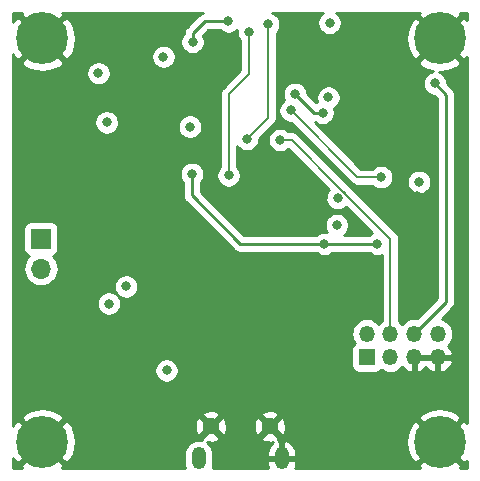
<source format=gbr>
G04 #@! TF.GenerationSoftware,KiCad,Pcbnew,(5.1.0)-1*
G04 #@! TF.CreationDate,2020-09-23T23:54:54-05:00*
G04 #@! TF.ProjectId,low_cost_multispectral_sensor,6c6f775f-636f-4737-945f-6d756c746973,rev?*
G04 #@! TF.SameCoordinates,Original*
G04 #@! TF.FileFunction,Copper,L4,Bot*
G04 #@! TF.FilePolarity,Positive*
%FSLAX46Y46*%
G04 Gerber Fmt 4.6, Leading zero omitted, Abs format (unit mm)*
G04 Created by KiCad (PCBNEW (5.1.0)-1) date 2020-09-23 23:54:54*
%MOMM*%
%LPD*%
G04 APERTURE LIST*
%ADD10R,1.700000X1.700000*%
%ADD11O,1.700000X1.700000*%
%ADD12R,1.350000X1.350000*%
%ADD13O,1.350000X1.350000*%
%ADD14C,1.450000*%
%ADD15O,1.200000X1.900000*%
%ADD16C,4.400000*%
%ADD17C,0.800000*%
%ADD18C,0.250000*%
%ADD19C,0.200000*%
%ADD20C,0.254000*%
G04 APERTURE END LIST*
D10*
X139650000Y-91060000D03*
D11*
X139650000Y-93600000D03*
D12*
X167250000Y-101100000D03*
D13*
X167250000Y-99100000D03*
X169250000Y-101100000D03*
X169250000Y-99100000D03*
X171250000Y-101100000D03*
X171250000Y-99100000D03*
X173250000Y-101100000D03*
X173250000Y-99100000D03*
D14*
X154025000Y-106950000D03*
X159025000Y-106950000D03*
D15*
X153025000Y-109650000D03*
X160025000Y-109650000D03*
D16*
X139775000Y-108250000D03*
X173425000Y-108250000D03*
X173425000Y-74100000D03*
X139775000Y-74100000D03*
D17*
X163500000Y-87650000D03*
X157500000Y-84550000D03*
X150025000Y-79000000D03*
X152750000Y-75750000D03*
X160950000Y-76625000D03*
X171525000Y-87450000D03*
X172350000Y-84225000D03*
X165300000Y-81450000D03*
X160550000Y-96900000D03*
X158525000Y-104025000D03*
X144700000Y-104900000D03*
X143000000Y-104325000D03*
X149075000Y-99700000D03*
X150050000Y-106175000D03*
X147500000Y-104800000D03*
X152325000Y-98175000D03*
X156200000Y-103350000D03*
X170350000Y-91200000D03*
X150300000Y-102200000D03*
X164700000Y-89900000D03*
X146875000Y-95100000D03*
X164000000Y-79100000D03*
X164100000Y-72775000D03*
X144525000Y-77050000D03*
X145225000Y-81200000D03*
X150025000Y-75650000D03*
X152500000Y-74400000D03*
X155525000Y-72650000D03*
X171675000Y-86250000D03*
X152275000Y-81575000D03*
X164775000Y-87625000D03*
X145400000Y-96550000D03*
X160800000Y-80200000D03*
X168450000Y-85850000D03*
X173000000Y-77900000D03*
X159900000Y-82700000D03*
X161150000Y-78800000D03*
X163500000Y-80400000D03*
X152425000Y-85575000D03*
X168150000Y-91500000D03*
X163650000Y-91500000D03*
X158900000Y-72900000D03*
X157100000Y-82600000D03*
X157275000Y-73550000D03*
X155550000Y-85700000D03*
D18*
X152500000Y-74400000D02*
X152500000Y-73675000D01*
X152500000Y-73675000D02*
X153525000Y-72650000D01*
X153525000Y-72650000D02*
X155525000Y-72650000D01*
D19*
X160800000Y-80200000D02*
X166450000Y-85850000D01*
X166450000Y-85850000D02*
X168450000Y-85850000D01*
X173050001Y-77950001D02*
X173000000Y-77900000D01*
D18*
X173950000Y-78850000D02*
X173000000Y-77900000D01*
X171250000Y-99100000D02*
X173950000Y-96400000D01*
X173950000Y-96400000D02*
X173950000Y-78850000D01*
D19*
X165475001Y-87320407D02*
X165475001Y-87288999D01*
X160886002Y-82700000D02*
X159900000Y-82700000D01*
X169250000Y-91063998D02*
X164918001Y-86731999D01*
X169250000Y-99100000D02*
X169250000Y-91063998D01*
X165475001Y-87288999D02*
X164918001Y-86731999D01*
X164918001Y-86731999D02*
X160886002Y-82700000D01*
D18*
X162750000Y-80400000D02*
X163500000Y-80400000D01*
X161150000Y-78800000D02*
X162750000Y-80400000D01*
X152425000Y-85700000D02*
X152425000Y-85575000D01*
X152425000Y-87375000D02*
X152425000Y-85575000D01*
X156550000Y-91500000D02*
X152425000Y-87375000D01*
X168150000Y-91500000D02*
X163650000Y-91500000D01*
X163650000Y-91500000D02*
X156550000Y-91500000D01*
D19*
X158900000Y-80800000D02*
X158900000Y-72900000D01*
X157100000Y-82600000D02*
X158900000Y-80800000D01*
X155550000Y-85700000D02*
X155550000Y-78800000D01*
X157275000Y-77075000D02*
X157275000Y-73550000D01*
X155550000Y-78800000D02*
X157275000Y-77075000D01*
D20*
G36*
X137964830Y-72110225D02*
G01*
X139775000Y-73920395D01*
X141585170Y-72110225D01*
X141461002Y-71910000D01*
X153346335Y-71910000D01*
X153232753Y-71944454D01*
X153100723Y-72015026D01*
X153017083Y-72083668D01*
X152984999Y-72109999D01*
X152961201Y-72138997D01*
X151988998Y-73111201D01*
X151960000Y-73134999D01*
X151936202Y-73163997D01*
X151936201Y-73163998D01*
X151865026Y-73250724D01*
X151794454Y-73382754D01*
X151779317Y-73432656D01*
X151750997Y-73526014D01*
X151740000Y-73637667D01*
X151740000Y-73637678D01*
X151736324Y-73675000D01*
X151738562Y-73697727D01*
X151696063Y-73740226D01*
X151582795Y-73909744D01*
X151504774Y-74098102D01*
X151465000Y-74298061D01*
X151465000Y-74501939D01*
X151504774Y-74701898D01*
X151582795Y-74890256D01*
X151696063Y-75059774D01*
X151840226Y-75203937D01*
X152009744Y-75317205D01*
X152198102Y-75395226D01*
X152398061Y-75435000D01*
X152601939Y-75435000D01*
X152801898Y-75395226D01*
X152990256Y-75317205D01*
X153159774Y-75203937D01*
X153303937Y-75059774D01*
X153417205Y-74890256D01*
X153495226Y-74701898D01*
X153535000Y-74501939D01*
X153535000Y-74298061D01*
X153495226Y-74098102D01*
X153417205Y-73909744D01*
X153386304Y-73863497D01*
X153839802Y-73410000D01*
X154821289Y-73410000D01*
X154865226Y-73453937D01*
X155034744Y-73567205D01*
X155223102Y-73645226D01*
X155423061Y-73685000D01*
X155626939Y-73685000D01*
X155826898Y-73645226D01*
X156015256Y-73567205D01*
X156184774Y-73453937D01*
X156252254Y-73386457D01*
X156240000Y-73448061D01*
X156240000Y-73651939D01*
X156279774Y-73851898D01*
X156357795Y-74040256D01*
X156471063Y-74209774D01*
X156540001Y-74278712D01*
X156540000Y-76770553D01*
X155055808Y-78254746D01*
X155027763Y-78277762D01*
X154935914Y-78389680D01*
X154916649Y-78425723D01*
X154867664Y-78517367D01*
X154825635Y-78655915D01*
X154811444Y-78800000D01*
X154815001Y-78836115D01*
X154815000Y-84971289D01*
X154746063Y-85040226D01*
X154632795Y-85209744D01*
X154554774Y-85398102D01*
X154515000Y-85598061D01*
X154515000Y-85801939D01*
X154554774Y-86001898D01*
X154632795Y-86190256D01*
X154746063Y-86359774D01*
X154890226Y-86503937D01*
X155059744Y-86617205D01*
X155248102Y-86695226D01*
X155448061Y-86735000D01*
X155651939Y-86735000D01*
X155851898Y-86695226D01*
X156040256Y-86617205D01*
X156209774Y-86503937D01*
X156353937Y-86359774D01*
X156467205Y-86190256D01*
X156545226Y-86001898D01*
X156585000Y-85801939D01*
X156585000Y-85598061D01*
X156545226Y-85398102D01*
X156467205Y-85209744D01*
X156353937Y-85040226D01*
X156285000Y-84971289D01*
X156285000Y-83243217D01*
X156296063Y-83259774D01*
X156440226Y-83403937D01*
X156609744Y-83517205D01*
X156798102Y-83595226D01*
X156998061Y-83635000D01*
X157201939Y-83635000D01*
X157401898Y-83595226D01*
X157590256Y-83517205D01*
X157759774Y-83403937D01*
X157903937Y-83259774D01*
X158017205Y-83090256D01*
X158095226Y-82901898D01*
X158135000Y-82701939D01*
X158135000Y-82604446D01*
X159394197Y-81345250D01*
X159422237Y-81322238D01*
X159445250Y-81294197D01*
X159445253Y-81294194D01*
X159514086Y-81210321D01*
X159514087Y-81210320D01*
X159582337Y-81082633D01*
X159624365Y-80944085D01*
X159635000Y-80836105D01*
X159635000Y-80836096D01*
X159638555Y-80800001D01*
X159635000Y-80763906D01*
X159635000Y-80098061D01*
X159765000Y-80098061D01*
X159765000Y-80301939D01*
X159804774Y-80501898D01*
X159882795Y-80690256D01*
X159996063Y-80859774D01*
X160140226Y-81003937D01*
X160309744Y-81117205D01*
X160498102Y-81195226D01*
X160698061Y-81235000D01*
X160795554Y-81235000D01*
X165904746Y-86344193D01*
X165927762Y-86372238D01*
X166039180Y-86463677D01*
X166039680Y-86464087D01*
X166167366Y-86532337D01*
X166305915Y-86574365D01*
X166450000Y-86588556D01*
X166486105Y-86585000D01*
X167721289Y-86585000D01*
X167790226Y-86653937D01*
X167959744Y-86767205D01*
X168148102Y-86845226D01*
X168348061Y-86885000D01*
X168551939Y-86885000D01*
X168751898Y-86845226D01*
X168940256Y-86767205D01*
X169109774Y-86653937D01*
X169253937Y-86509774D01*
X169367205Y-86340256D01*
X169445226Y-86151898D01*
X169445989Y-86148061D01*
X170640000Y-86148061D01*
X170640000Y-86351939D01*
X170679774Y-86551898D01*
X170757795Y-86740256D01*
X170871063Y-86909774D01*
X171015226Y-87053937D01*
X171184744Y-87167205D01*
X171373102Y-87245226D01*
X171573061Y-87285000D01*
X171776939Y-87285000D01*
X171976898Y-87245226D01*
X172165256Y-87167205D01*
X172334774Y-87053937D01*
X172478937Y-86909774D01*
X172592205Y-86740256D01*
X172670226Y-86551898D01*
X172710000Y-86351939D01*
X172710000Y-86148061D01*
X172670226Y-85948102D01*
X172592205Y-85759744D01*
X172478937Y-85590226D01*
X172334774Y-85446063D01*
X172165256Y-85332795D01*
X171976898Y-85254774D01*
X171776939Y-85215000D01*
X171573061Y-85215000D01*
X171373102Y-85254774D01*
X171184744Y-85332795D01*
X171015226Y-85446063D01*
X170871063Y-85590226D01*
X170757795Y-85759744D01*
X170679774Y-85948102D01*
X170640000Y-86148061D01*
X169445989Y-86148061D01*
X169485000Y-85951939D01*
X169485000Y-85748061D01*
X169445226Y-85548102D01*
X169367205Y-85359744D01*
X169253937Y-85190226D01*
X169109774Y-85046063D01*
X168940256Y-84932795D01*
X168751898Y-84854774D01*
X168551939Y-84815000D01*
X168348061Y-84815000D01*
X168148102Y-84854774D01*
X167959744Y-84932795D01*
X167790226Y-85046063D01*
X167721289Y-85115000D01*
X166754447Y-85115000D01*
X162849741Y-81210295D01*
X163009744Y-81317205D01*
X163198102Y-81395226D01*
X163398061Y-81435000D01*
X163601939Y-81435000D01*
X163801898Y-81395226D01*
X163990256Y-81317205D01*
X164159774Y-81203937D01*
X164303937Y-81059774D01*
X164417205Y-80890256D01*
X164495226Y-80701898D01*
X164535000Y-80501939D01*
X164535000Y-80298061D01*
X164495226Y-80098102D01*
X164465897Y-80027295D01*
X164490256Y-80017205D01*
X164659774Y-79903937D01*
X164803937Y-79759774D01*
X164917205Y-79590256D01*
X164995226Y-79401898D01*
X165035000Y-79201939D01*
X165035000Y-78998061D01*
X164995226Y-78798102D01*
X164917205Y-78609744D01*
X164803937Y-78440226D01*
X164659774Y-78296063D01*
X164490256Y-78182795D01*
X164301898Y-78104774D01*
X164101939Y-78065000D01*
X163898061Y-78065000D01*
X163698102Y-78104774D01*
X163509744Y-78182795D01*
X163340226Y-78296063D01*
X163196063Y-78440226D01*
X163082795Y-78609744D01*
X163004774Y-78798102D01*
X162965000Y-78998061D01*
X162965000Y-79201939D01*
X163004774Y-79401898D01*
X163034103Y-79472705D01*
X163009744Y-79482795D01*
X162948511Y-79523709D01*
X162185000Y-78760199D01*
X162185000Y-78698061D01*
X162145226Y-78498102D01*
X162067205Y-78309744D01*
X161953937Y-78140226D01*
X161809774Y-77996063D01*
X161640256Y-77882795D01*
X161451898Y-77804774D01*
X161251939Y-77765000D01*
X161048061Y-77765000D01*
X160848102Y-77804774D01*
X160659744Y-77882795D01*
X160490226Y-77996063D01*
X160346063Y-78140226D01*
X160232795Y-78309744D01*
X160154774Y-78498102D01*
X160115000Y-78698061D01*
X160115000Y-78901939D01*
X160154774Y-79101898D01*
X160232795Y-79290256D01*
X160253099Y-79320644D01*
X160140226Y-79396063D01*
X159996063Y-79540226D01*
X159882795Y-79709744D01*
X159804774Y-79898102D01*
X159765000Y-80098061D01*
X159635000Y-80098061D01*
X159635000Y-74115174D01*
X170576322Y-74115174D01*
X170634019Y-74670632D01*
X170798972Y-75204161D01*
X171047982Y-75670024D01*
X171435225Y-75910170D01*
X173245395Y-74100000D01*
X171435225Y-72289830D01*
X171047982Y-72529976D01*
X170787359Y-73023877D01*
X170628099Y-73559133D01*
X170576322Y-74115174D01*
X159635000Y-74115174D01*
X159635000Y-73628711D01*
X159703937Y-73559774D01*
X159817205Y-73390256D01*
X159895226Y-73201898D01*
X159935000Y-73001939D01*
X159935000Y-72798061D01*
X159895226Y-72598102D01*
X159817205Y-72409744D01*
X159703937Y-72240226D01*
X159559774Y-72096063D01*
X159390256Y-71982795D01*
X159214515Y-71910000D01*
X163531613Y-71910000D01*
X163440226Y-71971063D01*
X163296063Y-72115226D01*
X163182795Y-72284744D01*
X163104774Y-72473102D01*
X163065000Y-72673061D01*
X163065000Y-72876939D01*
X163104774Y-73076898D01*
X163182795Y-73265256D01*
X163296063Y-73434774D01*
X163440226Y-73578937D01*
X163609744Y-73692205D01*
X163798102Y-73770226D01*
X163998061Y-73810000D01*
X164201939Y-73810000D01*
X164401898Y-73770226D01*
X164590256Y-73692205D01*
X164759774Y-73578937D01*
X164903937Y-73434774D01*
X165017205Y-73265256D01*
X165095226Y-73076898D01*
X165135000Y-72876939D01*
X165135000Y-72673061D01*
X165095226Y-72473102D01*
X165017205Y-72284744D01*
X164903937Y-72115226D01*
X164759774Y-71971063D01*
X164668387Y-71910000D01*
X171738998Y-71910000D01*
X171614830Y-72110225D01*
X173425000Y-73920395D01*
X175235170Y-72110225D01*
X175111002Y-71910000D01*
X175765001Y-71910000D01*
X175765001Y-72507020D01*
X175414775Y-72289830D01*
X173604605Y-74100000D01*
X175414775Y-75910170D01*
X175765001Y-75692980D01*
X175765000Y-106657020D01*
X175414775Y-106439830D01*
X173604605Y-108250000D01*
X175414775Y-110060170D01*
X175765000Y-109842980D01*
X175765000Y-110440000D01*
X175111002Y-110440000D01*
X175235170Y-110239775D01*
X173425000Y-108429605D01*
X171614830Y-110239775D01*
X171738998Y-110440000D01*
X161180256Y-110440000D01*
X161211493Y-110365496D01*
X161260000Y-110127000D01*
X161260000Y-109777000D01*
X160152000Y-109777000D01*
X160152000Y-109797000D01*
X159898000Y-109797000D01*
X159898000Y-109777000D01*
X158790000Y-109777000D01*
X158790000Y-110127000D01*
X158838507Y-110365496D01*
X158869744Y-110440000D01*
X154182098Y-110440000D01*
X154242130Y-110242102D01*
X154260000Y-110060665D01*
X154260000Y-109239336D01*
X154242130Y-109057899D01*
X154171511Y-108825099D01*
X154056833Y-108610551D01*
X153902502Y-108422498D01*
X153724841Y-108276695D01*
X153830849Y-108302719D01*
X154098482Y-108314604D01*
X154363291Y-108274048D01*
X154615100Y-108182609D01*
X154722035Y-108125450D01*
X154784528Y-107889133D01*
X158265472Y-107889133D01*
X158327965Y-108125450D01*
X158570678Y-108238850D01*
X158830849Y-108302719D01*
X159098482Y-108314604D01*
X159328442Y-108279385D01*
X159241526Y-108336922D01*
X159068693Y-108508275D01*
X158932610Y-108710054D01*
X158838507Y-108934504D01*
X158790000Y-109173000D01*
X158790000Y-109523000D01*
X159898000Y-109523000D01*
X159898000Y-108231269D01*
X160152000Y-108231269D01*
X160152000Y-109523000D01*
X161260000Y-109523000D01*
X161260000Y-109173000D01*
X161211493Y-108934504D01*
X161117390Y-108710054D01*
X160981307Y-108508275D01*
X160808474Y-108336922D01*
X160700091Y-108265174D01*
X170576322Y-108265174D01*
X170634019Y-108820632D01*
X170798972Y-109354161D01*
X171047982Y-109820024D01*
X171435225Y-110060170D01*
X173245395Y-108250000D01*
X171435225Y-106439830D01*
X171047982Y-106679976D01*
X170787359Y-107173877D01*
X170628099Y-107709133D01*
X170576322Y-108265174D01*
X160700091Y-108265174D01*
X160605533Y-108202579D01*
X160380282Y-108110409D01*
X160342609Y-108106538D01*
X160152000Y-108231269D01*
X159898000Y-108231269D01*
X159724138Y-108117497D01*
X159784528Y-107889133D01*
X159025000Y-107129605D01*
X158265472Y-107889133D01*
X154784528Y-107889133D01*
X154025000Y-107129605D01*
X153265472Y-107889133D01*
X153321031Y-108099229D01*
X153267102Y-108082870D01*
X153025000Y-108059025D01*
X152782899Y-108082870D01*
X152550100Y-108153489D01*
X152335552Y-108268167D01*
X152147499Y-108422498D01*
X151993168Y-108610551D01*
X151878489Y-108825099D01*
X151807870Y-109057898D01*
X151790000Y-109239335D01*
X151790000Y-110060664D01*
X151807870Y-110242101D01*
X151867902Y-110440000D01*
X141461002Y-110440000D01*
X141585170Y-110239775D01*
X139775000Y-108429605D01*
X137964830Y-110239775D01*
X138088998Y-110440000D01*
X137285000Y-110440000D01*
X137285000Y-109608650D01*
X137397982Y-109820024D01*
X137785225Y-110060170D01*
X139595395Y-108250000D01*
X139954605Y-108250000D01*
X141764775Y-110060170D01*
X142152018Y-109820024D01*
X142412641Y-109326123D01*
X142571901Y-108790867D01*
X142623678Y-108234826D01*
X142565981Y-107679368D01*
X142401028Y-107145839D01*
X142335627Y-107023482D01*
X152660396Y-107023482D01*
X152700952Y-107288291D01*
X152792391Y-107540100D01*
X152849550Y-107647035D01*
X153085867Y-107709528D01*
X153845395Y-106950000D01*
X154204605Y-106950000D01*
X154964133Y-107709528D01*
X155200450Y-107647035D01*
X155313850Y-107404322D01*
X155377719Y-107144151D01*
X155383077Y-107023482D01*
X157660396Y-107023482D01*
X157700952Y-107288291D01*
X157792391Y-107540100D01*
X157849550Y-107647035D01*
X158085867Y-107709528D01*
X158845395Y-106950000D01*
X159204605Y-106950000D01*
X159964133Y-107709528D01*
X160200450Y-107647035D01*
X160313850Y-107404322D01*
X160377719Y-107144151D01*
X160389604Y-106876518D01*
X160349048Y-106611709D01*
X160257609Y-106359900D01*
X160204331Y-106260225D01*
X171614830Y-106260225D01*
X173425000Y-108070395D01*
X175235170Y-106260225D01*
X174995024Y-105872982D01*
X174501123Y-105612359D01*
X173965867Y-105453099D01*
X173409826Y-105401322D01*
X172854368Y-105459019D01*
X172320839Y-105623972D01*
X171854976Y-105872982D01*
X171614830Y-106260225D01*
X160204331Y-106260225D01*
X160200450Y-106252965D01*
X159964133Y-106190472D01*
X159204605Y-106950000D01*
X158845395Y-106950000D01*
X158085867Y-106190472D01*
X157849550Y-106252965D01*
X157736150Y-106495678D01*
X157672281Y-106755849D01*
X157660396Y-107023482D01*
X155383077Y-107023482D01*
X155389604Y-106876518D01*
X155349048Y-106611709D01*
X155257609Y-106359900D01*
X155200450Y-106252965D01*
X154964133Y-106190472D01*
X154204605Y-106950000D01*
X153845395Y-106950000D01*
X153085867Y-106190472D01*
X152849550Y-106252965D01*
X152736150Y-106495678D01*
X152672281Y-106755849D01*
X152660396Y-107023482D01*
X142335627Y-107023482D01*
X142152018Y-106679976D01*
X141764775Y-106439830D01*
X139954605Y-108250000D01*
X139595395Y-108250000D01*
X137785225Y-106439830D01*
X137397982Y-106679976D01*
X137285000Y-106894086D01*
X137285000Y-106260225D01*
X137964830Y-106260225D01*
X139775000Y-108070395D01*
X141585170Y-106260225D01*
X141430533Y-106010867D01*
X153265472Y-106010867D01*
X154025000Y-106770395D01*
X154784528Y-106010867D01*
X158265472Y-106010867D01*
X159025000Y-106770395D01*
X159784528Y-106010867D01*
X159722035Y-105774550D01*
X159479322Y-105661150D01*
X159219151Y-105597281D01*
X158951518Y-105585396D01*
X158686709Y-105625952D01*
X158434900Y-105717391D01*
X158327965Y-105774550D01*
X158265472Y-106010867D01*
X154784528Y-106010867D01*
X154722035Y-105774550D01*
X154479322Y-105661150D01*
X154219151Y-105597281D01*
X153951518Y-105585396D01*
X153686709Y-105625952D01*
X153434900Y-105717391D01*
X153327965Y-105774550D01*
X153265472Y-106010867D01*
X141430533Y-106010867D01*
X141345024Y-105872982D01*
X140851123Y-105612359D01*
X140315867Y-105453099D01*
X139759826Y-105401322D01*
X139204368Y-105459019D01*
X138670839Y-105623972D01*
X138204976Y-105872982D01*
X137964830Y-106260225D01*
X137285000Y-106260225D01*
X137285000Y-102098061D01*
X149265000Y-102098061D01*
X149265000Y-102301939D01*
X149304774Y-102501898D01*
X149382795Y-102690256D01*
X149496063Y-102859774D01*
X149640226Y-103003937D01*
X149809744Y-103117205D01*
X149998102Y-103195226D01*
X150198061Y-103235000D01*
X150401939Y-103235000D01*
X150601898Y-103195226D01*
X150790256Y-103117205D01*
X150959774Y-103003937D01*
X151103937Y-102859774D01*
X151217205Y-102690256D01*
X151295226Y-102501898D01*
X151335000Y-102301939D01*
X151335000Y-102098061D01*
X151295226Y-101898102D01*
X151217205Y-101709744D01*
X151103937Y-101540226D01*
X150959774Y-101396063D01*
X150790256Y-101282795D01*
X150601898Y-101204774D01*
X150401939Y-101165000D01*
X150198061Y-101165000D01*
X149998102Y-101204774D01*
X149809744Y-101282795D01*
X149640226Y-101396063D01*
X149496063Y-101540226D01*
X149382795Y-101709744D01*
X149304774Y-101898102D01*
X149265000Y-102098061D01*
X137285000Y-102098061D01*
X137285000Y-96448061D01*
X144365000Y-96448061D01*
X144365000Y-96651939D01*
X144404774Y-96851898D01*
X144482795Y-97040256D01*
X144596063Y-97209774D01*
X144740226Y-97353937D01*
X144909744Y-97467205D01*
X145098102Y-97545226D01*
X145298061Y-97585000D01*
X145501939Y-97585000D01*
X145701898Y-97545226D01*
X145890256Y-97467205D01*
X146059774Y-97353937D01*
X146203937Y-97209774D01*
X146317205Y-97040256D01*
X146395226Y-96851898D01*
X146435000Y-96651939D01*
X146435000Y-96448061D01*
X146395226Y-96248102D01*
X146317205Y-96059744D01*
X146208814Y-95897525D01*
X146215226Y-95903937D01*
X146384744Y-96017205D01*
X146573102Y-96095226D01*
X146773061Y-96135000D01*
X146976939Y-96135000D01*
X147176898Y-96095226D01*
X147365256Y-96017205D01*
X147534774Y-95903937D01*
X147678937Y-95759774D01*
X147792205Y-95590256D01*
X147870226Y-95401898D01*
X147910000Y-95201939D01*
X147910000Y-94998061D01*
X147870226Y-94798102D01*
X147792205Y-94609744D01*
X147678937Y-94440226D01*
X147534774Y-94296063D01*
X147365256Y-94182795D01*
X147176898Y-94104774D01*
X146976939Y-94065000D01*
X146773061Y-94065000D01*
X146573102Y-94104774D01*
X146384744Y-94182795D01*
X146215226Y-94296063D01*
X146071063Y-94440226D01*
X145957795Y-94609744D01*
X145879774Y-94798102D01*
X145840000Y-94998061D01*
X145840000Y-95201939D01*
X145879774Y-95401898D01*
X145957795Y-95590256D01*
X146066186Y-95752475D01*
X146059774Y-95746063D01*
X145890256Y-95632795D01*
X145701898Y-95554774D01*
X145501939Y-95515000D01*
X145298061Y-95515000D01*
X145098102Y-95554774D01*
X144909744Y-95632795D01*
X144740226Y-95746063D01*
X144596063Y-95890226D01*
X144482795Y-96059744D01*
X144404774Y-96248102D01*
X144365000Y-96448061D01*
X137285000Y-96448061D01*
X137285000Y-93600000D01*
X138157815Y-93600000D01*
X138186487Y-93891111D01*
X138271401Y-94171034D01*
X138409294Y-94429014D01*
X138594866Y-94655134D01*
X138820986Y-94840706D01*
X139078966Y-94978599D01*
X139358889Y-95063513D01*
X139577050Y-95085000D01*
X139722950Y-95085000D01*
X139941111Y-95063513D01*
X140221034Y-94978599D01*
X140479014Y-94840706D01*
X140705134Y-94655134D01*
X140890706Y-94429014D01*
X141028599Y-94171034D01*
X141113513Y-93891111D01*
X141142185Y-93600000D01*
X141113513Y-93308889D01*
X141028599Y-93028966D01*
X140890706Y-92770986D01*
X140705134Y-92544866D01*
X140675313Y-92520393D01*
X140744180Y-92499502D01*
X140854494Y-92440537D01*
X140951185Y-92361185D01*
X141030537Y-92264494D01*
X141089502Y-92154180D01*
X141125812Y-92034482D01*
X141138072Y-91910000D01*
X141138072Y-90210000D01*
X141125812Y-90085518D01*
X141089502Y-89965820D01*
X141030537Y-89855506D01*
X140951185Y-89758815D01*
X140854494Y-89679463D01*
X140744180Y-89620498D01*
X140624482Y-89584188D01*
X140500000Y-89571928D01*
X138800000Y-89571928D01*
X138675518Y-89584188D01*
X138555820Y-89620498D01*
X138445506Y-89679463D01*
X138348815Y-89758815D01*
X138269463Y-89855506D01*
X138210498Y-89965820D01*
X138174188Y-90085518D01*
X138161928Y-90210000D01*
X138161928Y-91910000D01*
X138174188Y-92034482D01*
X138210498Y-92154180D01*
X138269463Y-92264494D01*
X138348815Y-92361185D01*
X138445506Y-92440537D01*
X138555820Y-92499502D01*
X138624687Y-92520393D01*
X138594866Y-92544866D01*
X138409294Y-92770986D01*
X138271401Y-93028966D01*
X138186487Y-93308889D01*
X138157815Y-93600000D01*
X137285000Y-93600000D01*
X137285000Y-85473061D01*
X151390000Y-85473061D01*
X151390000Y-85676939D01*
X151429774Y-85876898D01*
X151507795Y-86065256D01*
X151621063Y-86234774D01*
X151665001Y-86278712D01*
X151665000Y-87337677D01*
X151661324Y-87375000D01*
X151665000Y-87412322D01*
X151665000Y-87412332D01*
X151675997Y-87523985D01*
X151699978Y-87603040D01*
X151719454Y-87667246D01*
X151790026Y-87799276D01*
X151829871Y-87847826D01*
X151884999Y-87915001D01*
X151914003Y-87938804D01*
X155986201Y-92011003D01*
X156009999Y-92040001D01*
X156038997Y-92063799D01*
X156125723Y-92134974D01*
X156257753Y-92205546D01*
X156401014Y-92249003D01*
X156512667Y-92260000D01*
X156512677Y-92260000D01*
X156550000Y-92263676D01*
X156587323Y-92260000D01*
X162946289Y-92260000D01*
X162990226Y-92303937D01*
X163159744Y-92417205D01*
X163348102Y-92495226D01*
X163548061Y-92535000D01*
X163751939Y-92535000D01*
X163951898Y-92495226D01*
X164140256Y-92417205D01*
X164309774Y-92303937D01*
X164353711Y-92260000D01*
X167446289Y-92260000D01*
X167490226Y-92303937D01*
X167659744Y-92417205D01*
X167848102Y-92495226D01*
X168048061Y-92535000D01*
X168251939Y-92535000D01*
X168451898Y-92495226D01*
X168515001Y-92469088D01*
X168515000Y-98008527D01*
X168319208Y-98169208D01*
X168250000Y-98253539D01*
X168180792Y-98169208D01*
X167981318Y-98005505D01*
X167753741Y-97883862D01*
X167506805Y-97808955D01*
X167314351Y-97790000D01*
X167185649Y-97790000D01*
X166993195Y-97808955D01*
X166746259Y-97883862D01*
X166518682Y-98005505D01*
X166319208Y-98169208D01*
X166155505Y-98368682D01*
X166033862Y-98596259D01*
X165958955Y-98843195D01*
X165933662Y-99100000D01*
X165958955Y-99356805D01*
X166033862Y-99603741D01*
X166155505Y-99831318D01*
X166212631Y-99900926D01*
X166123815Y-99973815D01*
X166044463Y-100070506D01*
X165985498Y-100180820D01*
X165949188Y-100300518D01*
X165936928Y-100425000D01*
X165936928Y-101775000D01*
X165949188Y-101899482D01*
X165985498Y-102019180D01*
X166044463Y-102129494D01*
X166123815Y-102226185D01*
X166220506Y-102305537D01*
X166330820Y-102364502D01*
X166450518Y-102400812D01*
X166575000Y-102413072D01*
X167925000Y-102413072D01*
X168049482Y-102400812D01*
X168169180Y-102364502D01*
X168279494Y-102305537D01*
X168376185Y-102226185D01*
X168449074Y-102137369D01*
X168518682Y-102194495D01*
X168746259Y-102316138D01*
X168993195Y-102391045D01*
X169185649Y-102410000D01*
X169314351Y-102410000D01*
X169506805Y-102391045D01*
X169753741Y-102316138D01*
X169981318Y-102194495D01*
X170180792Y-102030792D01*
X170253372Y-101942352D01*
X170378773Y-102078303D01*
X170586371Y-102229473D01*
X170819472Y-102337238D01*
X170920600Y-102367910D01*
X171123000Y-102244224D01*
X171123000Y-101227000D01*
X171377000Y-101227000D01*
X171377000Y-102244224D01*
X171579400Y-102367910D01*
X171680528Y-102337238D01*
X171913629Y-102229473D01*
X172121227Y-102078303D01*
X172250000Y-101938696D01*
X172378773Y-102078303D01*
X172586371Y-102229473D01*
X172819472Y-102337238D01*
X172920600Y-102367910D01*
X173123000Y-102244224D01*
X173123000Y-101227000D01*
X173377000Y-101227000D01*
X173377000Y-102244224D01*
X173579400Y-102367910D01*
X173680528Y-102337238D01*
X173913629Y-102229473D01*
X174121227Y-102078303D01*
X174295344Y-101889537D01*
X174429289Y-101670430D01*
X174517915Y-101429401D01*
X174395085Y-101227000D01*
X173377000Y-101227000D01*
X173123000Y-101227000D01*
X171377000Y-101227000D01*
X171123000Y-101227000D01*
X171103000Y-101227000D01*
X171103000Y-100973000D01*
X171123000Y-100973000D01*
X171123000Y-100953000D01*
X171377000Y-100953000D01*
X171377000Y-100973000D01*
X173123000Y-100973000D01*
X173123000Y-100953000D01*
X173377000Y-100953000D01*
X173377000Y-100973000D01*
X174395085Y-100973000D01*
X174517915Y-100770599D01*
X174429289Y-100529570D01*
X174295344Y-100310463D01*
X174121227Y-100121697D01*
X174094096Y-100101941D01*
X174180792Y-100030792D01*
X174344495Y-99831318D01*
X174466138Y-99603741D01*
X174541045Y-99356805D01*
X174566338Y-99100000D01*
X174541045Y-98843195D01*
X174466138Y-98596259D01*
X174344495Y-98368682D01*
X174180792Y-98169208D01*
X173981318Y-98005505D01*
X173753741Y-97883862D01*
X173590468Y-97834334D01*
X174461004Y-96963798D01*
X174490001Y-96940001D01*
X174584974Y-96824276D01*
X174655546Y-96692247D01*
X174699003Y-96548986D01*
X174710000Y-96437333D01*
X174710000Y-96437332D01*
X174713677Y-96400000D01*
X174710000Y-96362667D01*
X174710000Y-78887323D01*
X174713676Y-78850000D01*
X174710000Y-78812677D01*
X174710000Y-78812667D01*
X174699003Y-78701014D01*
X174655546Y-78557753D01*
X174628821Y-78507754D01*
X174584974Y-78425723D01*
X174513799Y-78338997D01*
X174490001Y-78309999D01*
X174461003Y-78286201D01*
X174035000Y-77860198D01*
X174035000Y-77798061D01*
X173995226Y-77598102D01*
X173917205Y-77409744D01*
X173803937Y-77240226D01*
X173659774Y-77096063D01*
X173490256Y-76982795D01*
X173398529Y-76944800D01*
X173440174Y-76948678D01*
X173995632Y-76890981D01*
X174529161Y-76726028D01*
X174995024Y-76477018D01*
X175235170Y-76089775D01*
X173425000Y-74279605D01*
X171614830Y-76089775D01*
X171854976Y-76477018D01*
X172348877Y-76737641D01*
X172825455Y-76879442D01*
X172698102Y-76904774D01*
X172509744Y-76982795D01*
X172340226Y-77096063D01*
X172196063Y-77240226D01*
X172082795Y-77409744D01*
X172004774Y-77598102D01*
X171965000Y-77798061D01*
X171965000Y-78001939D01*
X172004774Y-78201898D01*
X172082795Y-78390256D01*
X172196063Y-78559774D01*
X172340226Y-78703937D01*
X172509744Y-78817205D01*
X172698102Y-78895226D01*
X172898061Y-78935000D01*
X172960198Y-78935000D01*
X173190001Y-79164803D01*
X173190000Y-96085198D01*
X171469880Y-97805318D01*
X171314351Y-97790000D01*
X171185649Y-97790000D01*
X170993195Y-97808955D01*
X170746259Y-97883862D01*
X170518682Y-98005505D01*
X170319208Y-98169208D01*
X170250000Y-98253539D01*
X170180792Y-98169208D01*
X169985000Y-98008527D01*
X169985000Y-91100103D01*
X169988556Y-91063998D01*
X169974365Y-90919913D01*
X169932337Y-90781364D01*
X169864087Y-90653678D01*
X169772238Y-90541760D01*
X169744193Y-90518744D01*
X166020258Y-86794810D01*
X165997239Y-86766761D01*
X165969194Y-86743745D01*
X165463258Y-86237810D01*
X165463254Y-86237805D01*
X161431261Y-82205813D01*
X161408240Y-82177762D01*
X161296322Y-82085913D01*
X161168635Y-82017663D01*
X161030087Y-81975635D01*
X160922107Y-81965000D01*
X160886002Y-81961444D01*
X160849897Y-81965000D01*
X160628711Y-81965000D01*
X160559774Y-81896063D01*
X160390256Y-81782795D01*
X160201898Y-81704774D01*
X160001939Y-81665000D01*
X159798061Y-81665000D01*
X159598102Y-81704774D01*
X159409744Y-81782795D01*
X159240226Y-81896063D01*
X159096063Y-82040226D01*
X158982795Y-82209744D01*
X158904774Y-82398102D01*
X158865000Y-82598061D01*
X158865000Y-82801939D01*
X158904774Y-83001898D01*
X158982795Y-83190256D01*
X159096063Y-83359774D01*
X159240226Y-83503937D01*
X159409744Y-83617205D01*
X159598102Y-83695226D01*
X159798061Y-83735000D01*
X160001939Y-83735000D01*
X160201898Y-83695226D01*
X160390256Y-83617205D01*
X160559774Y-83503937D01*
X160605133Y-83458578D01*
X164041422Y-86894867D01*
X163971063Y-86965226D01*
X163857795Y-87134744D01*
X163779774Y-87323102D01*
X163740000Y-87523061D01*
X163740000Y-87726939D01*
X163779774Y-87926898D01*
X163857795Y-88115256D01*
X163971063Y-88284774D01*
X164115226Y-88428937D01*
X164284744Y-88542205D01*
X164473102Y-88620226D01*
X164673061Y-88660000D01*
X164876939Y-88660000D01*
X165076898Y-88620226D01*
X165265256Y-88542205D01*
X165434774Y-88428937D01*
X165505133Y-88358578D01*
X167708963Y-90562408D01*
X167659744Y-90582795D01*
X167490226Y-90696063D01*
X167446289Y-90740000D01*
X165305802Y-90740000D01*
X165359774Y-90703937D01*
X165503937Y-90559774D01*
X165617205Y-90390256D01*
X165695226Y-90201898D01*
X165735000Y-90001939D01*
X165735000Y-89798061D01*
X165695226Y-89598102D01*
X165617205Y-89409744D01*
X165503937Y-89240226D01*
X165359774Y-89096063D01*
X165190256Y-88982795D01*
X165001898Y-88904774D01*
X164801939Y-88865000D01*
X164598061Y-88865000D01*
X164398102Y-88904774D01*
X164209744Y-88982795D01*
X164040226Y-89096063D01*
X163896063Y-89240226D01*
X163782795Y-89409744D01*
X163704774Y-89598102D01*
X163665000Y-89798061D01*
X163665000Y-90001939D01*
X163704774Y-90201898D01*
X163782795Y-90390256D01*
X163845122Y-90483535D01*
X163751939Y-90465000D01*
X163548061Y-90465000D01*
X163348102Y-90504774D01*
X163159744Y-90582795D01*
X162990226Y-90696063D01*
X162946289Y-90740000D01*
X156864802Y-90740000D01*
X153185000Y-87060199D01*
X153185000Y-86278711D01*
X153228937Y-86234774D01*
X153342205Y-86065256D01*
X153420226Y-85876898D01*
X153460000Y-85676939D01*
X153460000Y-85473061D01*
X153420226Y-85273102D01*
X153342205Y-85084744D01*
X153228937Y-84915226D01*
X153084774Y-84771063D01*
X152915256Y-84657795D01*
X152726898Y-84579774D01*
X152526939Y-84540000D01*
X152323061Y-84540000D01*
X152123102Y-84579774D01*
X151934744Y-84657795D01*
X151765226Y-84771063D01*
X151621063Y-84915226D01*
X151507795Y-85084744D01*
X151429774Y-85273102D01*
X151390000Y-85473061D01*
X137285000Y-85473061D01*
X137285000Y-81098061D01*
X144190000Y-81098061D01*
X144190000Y-81301939D01*
X144229774Y-81501898D01*
X144307795Y-81690256D01*
X144421063Y-81859774D01*
X144565226Y-82003937D01*
X144734744Y-82117205D01*
X144923102Y-82195226D01*
X145123061Y-82235000D01*
X145326939Y-82235000D01*
X145526898Y-82195226D01*
X145715256Y-82117205D01*
X145884774Y-82003937D01*
X146028937Y-81859774D01*
X146142205Y-81690256D01*
X146220226Y-81501898D01*
X146225961Y-81473061D01*
X151240000Y-81473061D01*
X151240000Y-81676939D01*
X151279774Y-81876898D01*
X151357795Y-82065256D01*
X151471063Y-82234774D01*
X151615226Y-82378937D01*
X151784744Y-82492205D01*
X151973102Y-82570226D01*
X152173061Y-82610000D01*
X152376939Y-82610000D01*
X152576898Y-82570226D01*
X152765256Y-82492205D01*
X152934774Y-82378937D01*
X153078937Y-82234774D01*
X153192205Y-82065256D01*
X153270226Y-81876898D01*
X153310000Y-81676939D01*
X153310000Y-81473061D01*
X153270226Y-81273102D01*
X153192205Y-81084744D01*
X153078937Y-80915226D01*
X152934774Y-80771063D01*
X152765256Y-80657795D01*
X152576898Y-80579774D01*
X152376939Y-80540000D01*
X152173061Y-80540000D01*
X151973102Y-80579774D01*
X151784744Y-80657795D01*
X151615226Y-80771063D01*
X151471063Y-80915226D01*
X151357795Y-81084744D01*
X151279774Y-81273102D01*
X151240000Y-81473061D01*
X146225961Y-81473061D01*
X146260000Y-81301939D01*
X146260000Y-81098061D01*
X146220226Y-80898102D01*
X146142205Y-80709744D01*
X146028937Y-80540226D01*
X145884774Y-80396063D01*
X145715256Y-80282795D01*
X145526898Y-80204774D01*
X145326939Y-80165000D01*
X145123061Y-80165000D01*
X144923102Y-80204774D01*
X144734744Y-80282795D01*
X144565226Y-80396063D01*
X144421063Y-80540226D01*
X144307795Y-80709744D01*
X144229774Y-80898102D01*
X144190000Y-81098061D01*
X137285000Y-81098061D01*
X137285000Y-76089775D01*
X137964830Y-76089775D01*
X138204976Y-76477018D01*
X138698877Y-76737641D01*
X139234133Y-76896901D01*
X139790174Y-76948678D01*
X139796113Y-76948061D01*
X143490000Y-76948061D01*
X143490000Y-77151939D01*
X143529774Y-77351898D01*
X143607795Y-77540256D01*
X143721063Y-77709774D01*
X143865226Y-77853937D01*
X144034744Y-77967205D01*
X144223102Y-78045226D01*
X144423061Y-78085000D01*
X144626939Y-78085000D01*
X144826898Y-78045226D01*
X145015256Y-77967205D01*
X145184774Y-77853937D01*
X145328937Y-77709774D01*
X145442205Y-77540256D01*
X145520226Y-77351898D01*
X145560000Y-77151939D01*
X145560000Y-76948061D01*
X145520226Y-76748102D01*
X145442205Y-76559744D01*
X145328937Y-76390226D01*
X145184774Y-76246063D01*
X145015256Y-76132795D01*
X144826898Y-76054774D01*
X144626939Y-76015000D01*
X144423061Y-76015000D01*
X144223102Y-76054774D01*
X144034744Y-76132795D01*
X143865226Y-76246063D01*
X143721063Y-76390226D01*
X143607795Y-76559744D01*
X143529774Y-76748102D01*
X143490000Y-76948061D01*
X139796113Y-76948061D01*
X140345632Y-76890981D01*
X140879161Y-76726028D01*
X141345024Y-76477018D01*
X141585170Y-76089775D01*
X139775000Y-74279605D01*
X137964830Y-76089775D01*
X137285000Y-76089775D01*
X137285000Y-75458650D01*
X137397982Y-75670024D01*
X137785225Y-75910170D01*
X139595395Y-74100000D01*
X139954605Y-74100000D01*
X141764775Y-75910170D01*
X142152018Y-75670024D01*
X142216375Y-75548061D01*
X148990000Y-75548061D01*
X148990000Y-75751939D01*
X149029774Y-75951898D01*
X149107795Y-76140256D01*
X149221063Y-76309774D01*
X149365226Y-76453937D01*
X149534744Y-76567205D01*
X149723102Y-76645226D01*
X149923061Y-76685000D01*
X150126939Y-76685000D01*
X150326898Y-76645226D01*
X150515256Y-76567205D01*
X150684774Y-76453937D01*
X150828937Y-76309774D01*
X150942205Y-76140256D01*
X151020226Y-75951898D01*
X151060000Y-75751939D01*
X151060000Y-75548061D01*
X151020226Y-75348102D01*
X150942205Y-75159744D01*
X150828937Y-74990226D01*
X150684774Y-74846063D01*
X150515256Y-74732795D01*
X150326898Y-74654774D01*
X150126939Y-74615000D01*
X149923061Y-74615000D01*
X149723102Y-74654774D01*
X149534744Y-74732795D01*
X149365226Y-74846063D01*
X149221063Y-74990226D01*
X149107795Y-75159744D01*
X149029774Y-75348102D01*
X148990000Y-75548061D01*
X142216375Y-75548061D01*
X142412641Y-75176123D01*
X142571901Y-74640867D01*
X142623678Y-74084826D01*
X142565981Y-73529368D01*
X142401028Y-72995839D01*
X142152018Y-72529976D01*
X141764775Y-72289830D01*
X139954605Y-74100000D01*
X139595395Y-74100000D01*
X137785225Y-72289830D01*
X137397982Y-72529976D01*
X137285000Y-72744086D01*
X137285000Y-71910000D01*
X138088998Y-71910000D01*
X137964830Y-72110225D01*
X137964830Y-72110225D01*
G37*
X137964830Y-72110225D02*
X139775000Y-73920395D01*
X141585170Y-72110225D01*
X141461002Y-71910000D01*
X153346335Y-71910000D01*
X153232753Y-71944454D01*
X153100723Y-72015026D01*
X153017083Y-72083668D01*
X152984999Y-72109999D01*
X152961201Y-72138997D01*
X151988998Y-73111201D01*
X151960000Y-73134999D01*
X151936202Y-73163997D01*
X151936201Y-73163998D01*
X151865026Y-73250724D01*
X151794454Y-73382754D01*
X151779317Y-73432656D01*
X151750997Y-73526014D01*
X151740000Y-73637667D01*
X151740000Y-73637678D01*
X151736324Y-73675000D01*
X151738562Y-73697727D01*
X151696063Y-73740226D01*
X151582795Y-73909744D01*
X151504774Y-74098102D01*
X151465000Y-74298061D01*
X151465000Y-74501939D01*
X151504774Y-74701898D01*
X151582795Y-74890256D01*
X151696063Y-75059774D01*
X151840226Y-75203937D01*
X152009744Y-75317205D01*
X152198102Y-75395226D01*
X152398061Y-75435000D01*
X152601939Y-75435000D01*
X152801898Y-75395226D01*
X152990256Y-75317205D01*
X153159774Y-75203937D01*
X153303937Y-75059774D01*
X153417205Y-74890256D01*
X153495226Y-74701898D01*
X153535000Y-74501939D01*
X153535000Y-74298061D01*
X153495226Y-74098102D01*
X153417205Y-73909744D01*
X153386304Y-73863497D01*
X153839802Y-73410000D01*
X154821289Y-73410000D01*
X154865226Y-73453937D01*
X155034744Y-73567205D01*
X155223102Y-73645226D01*
X155423061Y-73685000D01*
X155626939Y-73685000D01*
X155826898Y-73645226D01*
X156015256Y-73567205D01*
X156184774Y-73453937D01*
X156252254Y-73386457D01*
X156240000Y-73448061D01*
X156240000Y-73651939D01*
X156279774Y-73851898D01*
X156357795Y-74040256D01*
X156471063Y-74209774D01*
X156540001Y-74278712D01*
X156540000Y-76770553D01*
X155055808Y-78254746D01*
X155027763Y-78277762D01*
X154935914Y-78389680D01*
X154916649Y-78425723D01*
X154867664Y-78517367D01*
X154825635Y-78655915D01*
X154811444Y-78800000D01*
X154815001Y-78836115D01*
X154815000Y-84971289D01*
X154746063Y-85040226D01*
X154632795Y-85209744D01*
X154554774Y-85398102D01*
X154515000Y-85598061D01*
X154515000Y-85801939D01*
X154554774Y-86001898D01*
X154632795Y-86190256D01*
X154746063Y-86359774D01*
X154890226Y-86503937D01*
X155059744Y-86617205D01*
X155248102Y-86695226D01*
X155448061Y-86735000D01*
X155651939Y-86735000D01*
X155851898Y-86695226D01*
X156040256Y-86617205D01*
X156209774Y-86503937D01*
X156353937Y-86359774D01*
X156467205Y-86190256D01*
X156545226Y-86001898D01*
X156585000Y-85801939D01*
X156585000Y-85598061D01*
X156545226Y-85398102D01*
X156467205Y-85209744D01*
X156353937Y-85040226D01*
X156285000Y-84971289D01*
X156285000Y-83243217D01*
X156296063Y-83259774D01*
X156440226Y-83403937D01*
X156609744Y-83517205D01*
X156798102Y-83595226D01*
X156998061Y-83635000D01*
X157201939Y-83635000D01*
X157401898Y-83595226D01*
X157590256Y-83517205D01*
X157759774Y-83403937D01*
X157903937Y-83259774D01*
X158017205Y-83090256D01*
X158095226Y-82901898D01*
X158135000Y-82701939D01*
X158135000Y-82604446D01*
X159394197Y-81345250D01*
X159422237Y-81322238D01*
X159445250Y-81294197D01*
X159445253Y-81294194D01*
X159514086Y-81210321D01*
X159514087Y-81210320D01*
X159582337Y-81082633D01*
X159624365Y-80944085D01*
X159635000Y-80836105D01*
X159635000Y-80836096D01*
X159638555Y-80800001D01*
X159635000Y-80763906D01*
X159635000Y-80098061D01*
X159765000Y-80098061D01*
X159765000Y-80301939D01*
X159804774Y-80501898D01*
X159882795Y-80690256D01*
X159996063Y-80859774D01*
X160140226Y-81003937D01*
X160309744Y-81117205D01*
X160498102Y-81195226D01*
X160698061Y-81235000D01*
X160795554Y-81235000D01*
X165904746Y-86344193D01*
X165927762Y-86372238D01*
X166039180Y-86463677D01*
X166039680Y-86464087D01*
X166167366Y-86532337D01*
X166305915Y-86574365D01*
X166450000Y-86588556D01*
X166486105Y-86585000D01*
X167721289Y-86585000D01*
X167790226Y-86653937D01*
X167959744Y-86767205D01*
X168148102Y-86845226D01*
X168348061Y-86885000D01*
X168551939Y-86885000D01*
X168751898Y-86845226D01*
X168940256Y-86767205D01*
X169109774Y-86653937D01*
X169253937Y-86509774D01*
X169367205Y-86340256D01*
X169445226Y-86151898D01*
X169445989Y-86148061D01*
X170640000Y-86148061D01*
X170640000Y-86351939D01*
X170679774Y-86551898D01*
X170757795Y-86740256D01*
X170871063Y-86909774D01*
X171015226Y-87053937D01*
X171184744Y-87167205D01*
X171373102Y-87245226D01*
X171573061Y-87285000D01*
X171776939Y-87285000D01*
X171976898Y-87245226D01*
X172165256Y-87167205D01*
X172334774Y-87053937D01*
X172478937Y-86909774D01*
X172592205Y-86740256D01*
X172670226Y-86551898D01*
X172710000Y-86351939D01*
X172710000Y-86148061D01*
X172670226Y-85948102D01*
X172592205Y-85759744D01*
X172478937Y-85590226D01*
X172334774Y-85446063D01*
X172165256Y-85332795D01*
X171976898Y-85254774D01*
X171776939Y-85215000D01*
X171573061Y-85215000D01*
X171373102Y-85254774D01*
X171184744Y-85332795D01*
X171015226Y-85446063D01*
X170871063Y-85590226D01*
X170757795Y-85759744D01*
X170679774Y-85948102D01*
X170640000Y-86148061D01*
X169445989Y-86148061D01*
X169485000Y-85951939D01*
X169485000Y-85748061D01*
X169445226Y-85548102D01*
X169367205Y-85359744D01*
X169253937Y-85190226D01*
X169109774Y-85046063D01*
X168940256Y-84932795D01*
X168751898Y-84854774D01*
X168551939Y-84815000D01*
X168348061Y-84815000D01*
X168148102Y-84854774D01*
X167959744Y-84932795D01*
X167790226Y-85046063D01*
X167721289Y-85115000D01*
X166754447Y-85115000D01*
X162849741Y-81210295D01*
X163009744Y-81317205D01*
X163198102Y-81395226D01*
X163398061Y-81435000D01*
X163601939Y-81435000D01*
X163801898Y-81395226D01*
X163990256Y-81317205D01*
X164159774Y-81203937D01*
X164303937Y-81059774D01*
X164417205Y-80890256D01*
X164495226Y-80701898D01*
X164535000Y-80501939D01*
X164535000Y-80298061D01*
X164495226Y-80098102D01*
X164465897Y-80027295D01*
X164490256Y-80017205D01*
X164659774Y-79903937D01*
X164803937Y-79759774D01*
X164917205Y-79590256D01*
X164995226Y-79401898D01*
X165035000Y-79201939D01*
X165035000Y-78998061D01*
X164995226Y-78798102D01*
X164917205Y-78609744D01*
X164803937Y-78440226D01*
X164659774Y-78296063D01*
X164490256Y-78182795D01*
X164301898Y-78104774D01*
X164101939Y-78065000D01*
X163898061Y-78065000D01*
X163698102Y-78104774D01*
X163509744Y-78182795D01*
X163340226Y-78296063D01*
X163196063Y-78440226D01*
X163082795Y-78609744D01*
X163004774Y-78798102D01*
X162965000Y-78998061D01*
X162965000Y-79201939D01*
X163004774Y-79401898D01*
X163034103Y-79472705D01*
X163009744Y-79482795D01*
X162948511Y-79523709D01*
X162185000Y-78760199D01*
X162185000Y-78698061D01*
X162145226Y-78498102D01*
X162067205Y-78309744D01*
X161953937Y-78140226D01*
X161809774Y-77996063D01*
X161640256Y-77882795D01*
X161451898Y-77804774D01*
X161251939Y-77765000D01*
X161048061Y-77765000D01*
X160848102Y-77804774D01*
X160659744Y-77882795D01*
X160490226Y-77996063D01*
X160346063Y-78140226D01*
X160232795Y-78309744D01*
X160154774Y-78498102D01*
X160115000Y-78698061D01*
X160115000Y-78901939D01*
X160154774Y-79101898D01*
X160232795Y-79290256D01*
X160253099Y-79320644D01*
X160140226Y-79396063D01*
X159996063Y-79540226D01*
X159882795Y-79709744D01*
X159804774Y-79898102D01*
X159765000Y-80098061D01*
X159635000Y-80098061D01*
X159635000Y-74115174D01*
X170576322Y-74115174D01*
X170634019Y-74670632D01*
X170798972Y-75204161D01*
X171047982Y-75670024D01*
X171435225Y-75910170D01*
X173245395Y-74100000D01*
X171435225Y-72289830D01*
X171047982Y-72529976D01*
X170787359Y-73023877D01*
X170628099Y-73559133D01*
X170576322Y-74115174D01*
X159635000Y-74115174D01*
X159635000Y-73628711D01*
X159703937Y-73559774D01*
X159817205Y-73390256D01*
X159895226Y-73201898D01*
X159935000Y-73001939D01*
X159935000Y-72798061D01*
X159895226Y-72598102D01*
X159817205Y-72409744D01*
X159703937Y-72240226D01*
X159559774Y-72096063D01*
X159390256Y-71982795D01*
X159214515Y-71910000D01*
X163531613Y-71910000D01*
X163440226Y-71971063D01*
X163296063Y-72115226D01*
X163182795Y-72284744D01*
X163104774Y-72473102D01*
X163065000Y-72673061D01*
X163065000Y-72876939D01*
X163104774Y-73076898D01*
X163182795Y-73265256D01*
X163296063Y-73434774D01*
X163440226Y-73578937D01*
X163609744Y-73692205D01*
X163798102Y-73770226D01*
X163998061Y-73810000D01*
X164201939Y-73810000D01*
X164401898Y-73770226D01*
X164590256Y-73692205D01*
X164759774Y-73578937D01*
X164903937Y-73434774D01*
X165017205Y-73265256D01*
X165095226Y-73076898D01*
X165135000Y-72876939D01*
X165135000Y-72673061D01*
X165095226Y-72473102D01*
X165017205Y-72284744D01*
X164903937Y-72115226D01*
X164759774Y-71971063D01*
X164668387Y-71910000D01*
X171738998Y-71910000D01*
X171614830Y-72110225D01*
X173425000Y-73920395D01*
X175235170Y-72110225D01*
X175111002Y-71910000D01*
X175765001Y-71910000D01*
X175765001Y-72507020D01*
X175414775Y-72289830D01*
X173604605Y-74100000D01*
X175414775Y-75910170D01*
X175765001Y-75692980D01*
X175765000Y-106657020D01*
X175414775Y-106439830D01*
X173604605Y-108250000D01*
X175414775Y-110060170D01*
X175765000Y-109842980D01*
X175765000Y-110440000D01*
X175111002Y-110440000D01*
X175235170Y-110239775D01*
X173425000Y-108429605D01*
X171614830Y-110239775D01*
X171738998Y-110440000D01*
X161180256Y-110440000D01*
X161211493Y-110365496D01*
X161260000Y-110127000D01*
X161260000Y-109777000D01*
X160152000Y-109777000D01*
X160152000Y-109797000D01*
X159898000Y-109797000D01*
X159898000Y-109777000D01*
X158790000Y-109777000D01*
X158790000Y-110127000D01*
X158838507Y-110365496D01*
X158869744Y-110440000D01*
X154182098Y-110440000D01*
X154242130Y-110242102D01*
X154260000Y-110060665D01*
X154260000Y-109239336D01*
X154242130Y-109057899D01*
X154171511Y-108825099D01*
X154056833Y-108610551D01*
X153902502Y-108422498D01*
X153724841Y-108276695D01*
X153830849Y-108302719D01*
X154098482Y-108314604D01*
X154363291Y-108274048D01*
X154615100Y-108182609D01*
X154722035Y-108125450D01*
X154784528Y-107889133D01*
X158265472Y-107889133D01*
X158327965Y-108125450D01*
X158570678Y-108238850D01*
X158830849Y-108302719D01*
X159098482Y-108314604D01*
X159328442Y-108279385D01*
X159241526Y-108336922D01*
X159068693Y-108508275D01*
X158932610Y-108710054D01*
X158838507Y-108934504D01*
X158790000Y-109173000D01*
X158790000Y-109523000D01*
X159898000Y-109523000D01*
X159898000Y-108231269D01*
X160152000Y-108231269D01*
X160152000Y-109523000D01*
X161260000Y-109523000D01*
X161260000Y-109173000D01*
X161211493Y-108934504D01*
X161117390Y-108710054D01*
X160981307Y-108508275D01*
X160808474Y-108336922D01*
X160700091Y-108265174D01*
X170576322Y-108265174D01*
X170634019Y-108820632D01*
X170798972Y-109354161D01*
X171047982Y-109820024D01*
X171435225Y-110060170D01*
X173245395Y-108250000D01*
X171435225Y-106439830D01*
X171047982Y-106679976D01*
X170787359Y-107173877D01*
X170628099Y-107709133D01*
X170576322Y-108265174D01*
X160700091Y-108265174D01*
X160605533Y-108202579D01*
X160380282Y-108110409D01*
X160342609Y-108106538D01*
X160152000Y-108231269D01*
X159898000Y-108231269D01*
X159724138Y-108117497D01*
X159784528Y-107889133D01*
X159025000Y-107129605D01*
X158265472Y-107889133D01*
X154784528Y-107889133D01*
X154025000Y-107129605D01*
X153265472Y-107889133D01*
X153321031Y-108099229D01*
X153267102Y-108082870D01*
X153025000Y-108059025D01*
X152782899Y-108082870D01*
X152550100Y-108153489D01*
X152335552Y-108268167D01*
X152147499Y-108422498D01*
X151993168Y-108610551D01*
X151878489Y-108825099D01*
X151807870Y-109057898D01*
X151790000Y-109239335D01*
X151790000Y-110060664D01*
X151807870Y-110242101D01*
X151867902Y-110440000D01*
X141461002Y-110440000D01*
X141585170Y-110239775D01*
X139775000Y-108429605D01*
X137964830Y-110239775D01*
X138088998Y-110440000D01*
X137285000Y-110440000D01*
X137285000Y-109608650D01*
X137397982Y-109820024D01*
X137785225Y-110060170D01*
X139595395Y-108250000D01*
X139954605Y-108250000D01*
X141764775Y-110060170D01*
X142152018Y-109820024D01*
X142412641Y-109326123D01*
X142571901Y-108790867D01*
X142623678Y-108234826D01*
X142565981Y-107679368D01*
X142401028Y-107145839D01*
X142335627Y-107023482D01*
X152660396Y-107023482D01*
X152700952Y-107288291D01*
X152792391Y-107540100D01*
X152849550Y-107647035D01*
X153085867Y-107709528D01*
X153845395Y-106950000D01*
X154204605Y-106950000D01*
X154964133Y-107709528D01*
X155200450Y-107647035D01*
X155313850Y-107404322D01*
X155377719Y-107144151D01*
X155383077Y-107023482D01*
X157660396Y-107023482D01*
X157700952Y-107288291D01*
X157792391Y-107540100D01*
X157849550Y-107647035D01*
X158085867Y-107709528D01*
X158845395Y-106950000D01*
X159204605Y-106950000D01*
X159964133Y-107709528D01*
X160200450Y-107647035D01*
X160313850Y-107404322D01*
X160377719Y-107144151D01*
X160389604Y-106876518D01*
X160349048Y-106611709D01*
X160257609Y-106359900D01*
X160204331Y-106260225D01*
X171614830Y-106260225D01*
X173425000Y-108070395D01*
X175235170Y-106260225D01*
X174995024Y-105872982D01*
X174501123Y-105612359D01*
X173965867Y-105453099D01*
X173409826Y-105401322D01*
X172854368Y-105459019D01*
X172320839Y-105623972D01*
X171854976Y-105872982D01*
X171614830Y-106260225D01*
X160204331Y-106260225D01*
X160200450Y-106252965D01*
X159964133Y-106190472D01*
X159204605Y-106950000D01*
X158845395Y-106950000D01*
X158085867Y-106190472D01*
X157849550Y-106252965D01*
X157736150Y-106495678D01*
X157672281Y-106755849D01*
X157660396Y-107023482D01*
X155383077Y-107023482D01*
X155389604Y-106876518D01*
X155349048Y-106611709D01*
X155257609Y-106359900D01*
X155200450Y-106252965D01*
X154964133Y-106190472D01*
X154204605Y-106950000D01*
X153845395Y-106950000D01*
X153085867Y-106190472D01*
X152849550Y-106252965D01*
X152736150Y-106495678D01*
X152672281Y-106755849D01*
X152660396Y-107023482D01*
X142335627Y-107023482D01*
X142152018Y-106679976D01*
X141764775Y-106439830D01*
X139954605Y-108250000D01*
X139595395Y-108250000D01*
X137785225Y-106439830D01*
X137397982Y-106679976D01*
X137285000Y-106894086D01*
X137285000Y-106260225D01*
X137964830Y-106260225D01*
X139775000Y-108070395D01*
X141585170Y-106260225D01*
X141430533Y-106010867D01*
X153265472Y-106010867D01*
X154025000Y-106770395D01*
X154784528Y-106010867D01*
X158265472Y-106010867D01*
X159025000Y-106770395D01*
X159784528Y-106010867D01*
X159722035Y-105774550D01*
X159479322Y-105661150D01*
X159219151Y-105597281D01*
X158951518Y-105585396D01*
X158686709Y-105625952D01*
X158434900Y-105717391D01*
X158327965Y-105774550D01*
X158265472Y-106010867D01*
X154784528Y-106010867D01*
X154722035Y-105774550D01*
X154479322Y-105661150D01*
X154219151Y-105597281D01*
X153951518Y-105585396D01*
X153686709Y-105625952D01*
X153434900Y-105717391D01*
X153327965Y-105774550D01*
X153265472Y-106010867D01*
X141430533Y-106010867D01*
X141345024Y-105872982D01*
X140851123Y-105612359D01*
X140315867Y-105453099D01*
X139759826Y-105401322D01*
X139204368Y-105459019D01*
X138670839Y-105623972D01*
X138204976Y-105872982D01*
X137964830Y-106260225D01*
X137285000Y-106260225D01*
X137285000Y-102098061D01*
X149265000Y-102098061D01*
X149265000Y-102301939D01*
X149304774Y-102501898D01*
X149382795Y-102690256D01*
X149496063Y-102859774D01*
X149640226Y-103003937D01*
X149809744Y-103117205D01*
X149998102Y-103195226D01*
X150198061Y-103235000D01*
X150401939Y-103235000D01*
X150601898Y-103195226D01*
X150790256Y-103117205D01*
X150959774Y-103003937D01*
X151103937Y-102859774D01*
X151217205Y-102690256D01*
X151295226Y-102501898D01*
X151335000Y-102301939D01*
X151335000Y-102098061D01*
X151295226Y-101898102D01*
X151217205Y-101709744D01*
X151103937Y-101540226D01*
X150959774Y-101396063D01*
X150790256Y-101282795D01*
X150601898Y-101204774D01*
X150401939Y-101165000D01*
X150198061Y-101165000D01*
X149998102Y-101204774D01*
X149809744Y-101282795D01*
X149640226Y-101396063D01*
X149496063Y-101540226D01*
X149382795Y-101709744D01*
X149304774Y-101898102D01*
X149265000Y-102098061D01*
X137285000Y-102098061D01*
X137285000Y-96448061D01*
X144365000Y-96448061D01*
X144365000Y-96651939D01*
X144404774Y-96851898D01*
X144482795Y-97040256D01*
X144596063Y-97209774D01*
X144740226Y-97353937D01*
X144909744Y-97467205D01*
X145098102Y-97545226D01*
X145298061Y-97585000D01*
X145501939Y-97585000D01*
X145701898Y-97545226D01*
X145890256Y-97467205D01*
X146059774Y-97353937D01*
X146203937Y-97209774D01*
X146317205Y-97040256D01*
X146395226Y-96851898D01*
X146435000Y-96651939D01*
X146435000Y-96448061D01*
X146395226Y-96248102D01*
X146317205Y-96059744D01*
X146208814Y-95897525D01*
X146215226Y-95903937D01*
X146384744Y-96017205D01*
X146573102Y-96095226D01*
X146773061Y-96135000D01*
X146976939Y-96135000D01*
X147176898Y-96095226D01*
X147365256Y-96017205D01*
X147534774Y-95903937D01*
X147678937Y-95759774D01*
X147792205Y-95590256D01*
X147870226Y-95401898D01*
X147910000Y-95201939D01*
X147910000Y-94998061D01*
X147870226Y-94798102D01*
X147792205Y-94609744D01*
X147678937Y-94440226D01*
X147534774Y-94296063D01*
X147365256Y-94182795D01*
X147176898Y-94104774D01*
X146976939Y-94065000D01*
X146773061Y-94065000D01*
X146573102Y-94104774D01*
X146384744Y-94182795D01*
X146215226Y-94296063D01*
X146071063Y-94440226D01*
X145957795Y-94609744D01*
X145879774Y-94798102D01*
X145840000Y-94998061D01*
X145840000Y-95201939D01*
X145879774Y-95401898D01*
X145957795Y-95590256D01*
X146066186Y-95752475D01*
X146059774Y-95746063D01*
X145890256Y-95632795D01*
X145701898Y-95554774D01*
X145501939Y-95515000D01*
X145298061Y-95515000D01*
X145098102Y-95554774D01*
X144909744Y-95632795D01*
X144740226Y-95746063D01*
X144596063Y-95890226D01*
X144482795Y-96059744D01*
X144404774Y-96248102D01*
X144365000Y-96448061D01*
X137285000Y-96448061D01*
X137285000Y-93600000D01*
X138157815Y-93600000D01*
X138186487Y-93891111D01*
X138271401Y-94171034D01*
X138409294Y-94429014D01*
X138594866Y-94655134D01*
X138820986Y-94840706D01*
X139078966Y-94978599D01*
X139358889Y-95063513D01*
X139577050Y-95085000D01*
X139722950Y-95085000D01*
X139941111Y-95063513D01*
X140221034Y-94978599D01*
X140479014Y-94840706D01*
X140705134Y-94655134D01*
X140890706Y-94429014D01*
X141028599Y-94171034D01*
X141113513Y-93891111D01*
X141142185Y-93600000D01*
X141113513Y-93308889D01*
X141028599Y-93028966D01*
X140890706Y-92770986D01*
X140705134Y-92544866D01*
X140675313Y-92520393D01*
X140744180Y-92499502D01*
X140854494Y-92440537D01*
X140951185Y-92361185D01*
X141030537Y-92264494D01*
X141089502Y-92154180D01*
X141125812Y-92034482D01*
X141138072Y-91910000D01*
X141138072Y-90210000D01*
X141125812Y-90085518D01*
X141089502Y-89965820D01*
X141030537Y-89855506D01*
X140951185Y-89758815D01*
X140854494Y-89679463D01*
X140744180Y-89620498D01*
X140624482Y-89584188D01*
X140500000Y-89571928D01*
X138800000Y-89571928D01*
X138675518Y-89584188D01*
X138555820Y-89620498D01*
X138445506Y-89679463D01*
X138348815Y-89758815D01*
X138269463Y-89855506D01*
X138210498Y-89965820D01*
X138174188Y-90085518D01*
X138161928Y-90210000D01*
X138161928Y-91910000D01*
X138174188Y-92034482D01*
X138210498Y-92154180D01*
X138269463Y-92264494D01*
X138348815Y-92361185D01*
X138445506Y-92440537D01*
X138555820Y-92499502D01*
X138624687Y-92520393D01*
X138594866Y-92544866D01*
X138409294Y-92770986D01*
X138271401Y-93028966D01*
X138186487Y-93308889D01*
X138157815Y-93600000D01*
X137285000Y-93600000D01*
X137285000Y-85473061D01*
X151390000Y-85473061D01*
X151390000Y-85676939D01*
X151429774Y-85876898D01*
X151507795Y-86065256D01*
X151621063Y-86234774D01*
X151665001Y-86278712D01*
X151665000Y-87337677D01*
X151661324Y-87375000D01*
X151665000Y-87412322D01*
X151665000Y-87412332D01*
X151675997Y-87523985D01*
X151699978Y-87603040D01*
X151719454Y-87667246D01*
X151790026Y-87799276D01*
X151829871Y-87847826D01*
X151884999Y-87915001D01*
X151914003Y-87938804D01*
X155986201Y-92011003D01*
X156009999Y-92040001D01*
X156038997Y-92063799D01*
X156125723Y-92134974D01*
X156257753Y-92205546D01*
X156401014Y-92249003D01*
X156512667Y-92260000D01*
X156512677Y-92260000D01*
X156550000Y-92263676D01*
X156587323Y-92260000D01*
X162946289Y-92260000D01*
X162990226Y-92303937D01*
X163159744Y-92417205D01*
X163348102Y-92495226D01*
X163548061Y-92535000D01*
X163751939Y-92535000D01*
X163951898Y-92495226D01*
X164140256Y-92417205D01*
X164309774Y-92303937D01*
X164353711Y-92260000D01*
X167446289Y-92260000D01*
X167490226Y-92303937D01*
X167659744Y-92417205D01*
X167848102Y-92495226D01*
X168048061Y-92535000D01*
X168251939Y-92535000D01*
X168451898Y-92495226D01*
X168515001Y-92469088D01*
X168515000Y-98008527D01*
X168319208Y-98169208D01*
X168250000Y-98253539D01*
X168180792Y-98169208D01*
X167981318Y-98005505D01*
X167753741Y-97883862D01*
X167506805Y-97808955D01*
X167314351Y-97790000D01*
X167185649Y-97790000D01*
X166993195Y-97808955D01*
X166746259Y-97883862D01*
X166518682Y-98005505D01*
X166319208Y-98169208D01*
X166155505Y-98368682D01*
X166033862Y-98596259D01*
X165958955Y-98843195D01*
X165933662Y-99100000D01*
X165958955Y-99356805D01*
X166033862Y-99603741D01*
X166155505Y-99831318D01*
X166212631Y-99900926D01*
X166123815Y-99973815D01*
X166044463Y-100070506D01*
X165985498Y-100180820D01*
X165949188Y-100300518D01*
X165936928Y-100425000D01*
X165936928Y-101775000D01*
X165949188Y-101899482D01*
X165985498Y-102019180D01*
X166044463Y-102129494D01*
X166123815Y-102226185D01*
X166220506Y-102305537D01*
X166330820Y-102364502D01*
X166450518Y-102400812D01*
X166575000Y-102413072D01*
X167925000Y-102413072D01*
X168049482Y-102400812D01*
X168169180Y-102364502D01*
X168279494Y-102305537D01*
X168376185Y-102226185D01*
X168449074Y-102137369D01*
X168518682Y-102194495D01*
X168746259Y-102316138D01*
X168993195Y-102391045D01*
X169185649Y-102410000D01*
X169314351Y-102410000D01*
X169506805Y-102391045D01*
X169753741Y-102316138D01*
X169981318Y-102194495D01*
X170180792Y-102030792D01*
X170253372Y-101942352D01*
X170378773Y-102078303D01*
X170586371Y-102229473D01*
X170819472Y-102337238D01*
X170920600Y-102367910D01*
X171123000Y-102244224D01*
X171123000Y-101227000D01*
X171377000Y-101227000D01*
X171377000Y-102244224D01*
X171579400Y-102367910D01*
X171680528Y-102337238D01*
X171913629Y-102229473D01*
X172121227Y-102078303D01*
X172250000Y-101938696D01*
X172378773Y-102078303D01*
X172586371Y-102229473D01*
X172819472Y-102337238D01*
X172920600Y-102367910D01*
X173123000Y-102244224D01*
X173123000Y-101227000D01*
X173377000Y-101227000D01*
X173377000Y-102244224D01*
X173579400Y-102367910D01*
X173680528Y-102337238D01*
X173913629Y-102229473D01*
X174121227Y-102078303D01*
X174295344Y-101889537D01*
X174429289Y-101670430D01*
X174517915Y-101429401D01*
X174395085Y-101227000D01*
X173377000Y-101227000D01*
X173123000Y-101227000D01*
X171377000Y-101227000D01*
X171123000Y-101227000D01*
X171103000Y-101227000D01*
X171103000Y-100973000D01*
X171123000Y-100973000D01*
X171123000Y-100953000D01*
X171377000Y-100953000D01*
X171377000Y-100973000D01*
X173123000Y-100973000D01*
X173123000Y-100953000D01*
X173377000Y-100953000D01*
X173377000Y-100973000D01*
X174395085Y-100973000D01*
X174517915Y-100770599D01*
X174429289Y-100529570D01*
X174295344Y-100310463D01*
X174121227Y-100121697D01*
X174094096Y-100101941D01*
X174180792Y-100030792D01*
X174344495Y-99831318D01*
X174466138Y-99603741D01*
X174541045Y-99356805D01*
X174566338Y-99100000D01*
X174541045Y-98843195D01*
X174466138Y-98596259D01*
X174344495Y-98368682D01*
X174180792Y-98169208D01*
X173981318Y-98005505D01*
X173753741Y-97883862D01*
X173590468Y-97834334D01*
X174461004Y-96963798D01*
X174490001Y-96940001D01*
X174584974Y-96824276D01*
X174655546Y-96692247D01*
X174699003Y-96548986D01*
X174710000Y-96437333D01*
X174710000Y-96437332D01*
X174713677Y-96400000D01*
X174710000Y-96362667D01*
X174710000Y-78887323D01*
X174713676Y-78850000D01*
X174710000Y-78812677D01*
X174710000Y-78812667D01*
X174699003Y-78701014D01*
X174655546Y-78557753D01*
X174628821Y-78507754D01*
X174584974Y-78425723D01*
X174513799Y-78338997D01*
X174490001Y-78309999D01*
X174461003Y-78286201D01*
X174035000Y-77860198D01*
X174035000Y-77798061D01*
X173995226Y-77598102D01*
X173917205Y-77409744D01*
X173803937Y-77240226D01*
X173659774Y-77096063D01*
X173490256Y-76982795D01*
X173398529Y-76944800D01*
X173440174Y-76948678D01*
X173995632Y-76890981D01*
X174529161Y-76726028D01*
X174995024Y-76477018D01*
X175235170Y-76089775D01*
X173425000Y-74279605D01*
X171614830Y-76089775D01*
X171854976Y-76477018D01*
X172348877Y-76737641D01*
X172825455Y-76879442D01*
X172698102Y-76904774D01*
X172509744Y-76982795D01*
X172340226Y-77096063D01*
X172196063Y-77240226D01*
X172082795Y-77409744D01*
X172004774Y-77598102D01*
X171965000Y-77798061D01*
X171965000Y-78001939D01*
X172004774Y-78201898D01*
X172082795Y-78390256D01*
X172196063Y-78559774D01*
X172340226Y-78703937D01*
X172509744Y-78817205D01*
X172698102Y-78895226D01*
X172898061Y-78935000D01*
X172960198Y-78935000D01*
X173190001Y-79164803D01*
X173190000Y-96085198D01*
X171469880Y-97805318D01*
X171314351Y-97790000D01*
X171185649Y-97790000D01*
X170993195Y-97808955D01*
X170746259Y-97883862D01*
X170518682Y-98005505D01*
X170319208Y-98169208D01*
X170250000Y-98253539D01*
X170180792Y-98169208D01*
X169985000Y-98008527D01*
X169985000Y-91100103D01*
X169988556Y-91063998D01*
X169974365Y-90919913D01*
X169932337Y-90781364D01*
X169864087Y-90653678D01*
X169772238Y-90541760D01*
X169744193Y-90518744D01*
X166020258Y-86794810D01*
X165997239Y-86766761D01*
X165969194Y-86743745D01*
X165463258Y-86237810D01*
X165463254Y-86237805D01*
X161431261Y-82205813D01*
X161408240Y-82177762D01*
X161296322Y-82085913D01*
X161168635Y-82017663D01*
X161030087Y-81975635D01*
X160922107Y-81965000D01*
X160886002Y-81961444D01*
X160849897Y-81965000D01*
X160628711Y-81965000D01*
X160559774Y-81896063D01*
X160390256Y-81782795D01*
X160201898Y-81704774D01*
X160001939Y-81665000D01*
X159798061Y-81665000D01*
X159598102Y-81704774D01*
X159409744Y-81782795D01*
X159240226Y-81896063D01*
X159096063Y-82040226D01*
X158982795Y-82209744D01*
X158904774Y-82398102D01*
X158865000Y-82598061D01*
X158865000Y-82801939D01*
X158904774Y-83001898D01*
X158982795Y-83190256D01*
X159096063Y-83359774D01*
X159240226Y-83503937D01*
X159409744Y-83617205D01*
X159598102Y-83695226D01*
X159798061Y-83735000D01*
X160001939Y-83735000D01*
X160201898Y-83695226D01*
X160390256Y-83617205D01*
X160559774Y-83503937D01*
X160605133Y-83458578D01*
X164041422Y-86894867D01*
X163971063Y-86965226D01*
X163857795Y-87134744D01*
X163779774Y-87323102D01*
X163740000Y-87523061D01*
X163740000Y-87726939D01*
X163779774Y-87926898D01*
X163857795Y-88115256D01*
X163971063Y-88284774D01*
X164115226Y-88428937D01*
X164284744Y-88542205D01*
X164473102Y-88620226D01*
X164673061Y-88660000D01*
X164876939Y-88660000D01*
X165076898Y-88620226D01*
X165265256Y-88542205D01*
X165434774Y-88428937D01*
X165505133Y-88358578D01*
X167708963Y-90562408D01*
X167659744Y-90582795D01*
X167490226Y-90696063D01*
X167446289Y-90740000D01*
X165305802Y-90740000D01*
X165359774Y-90703937D01*
X165503937Y-90559774D01*
X165617205Y-90390256D01*
X165695226Y-90201898D01*
X165735000Y-90001939D01*
X165735000Y-89798061D01*
X165695226Y-89598102D01*
X165617205Y-89409744D01*
X165503937Y-89240226D01*
X165359774Y-89096063D01*
X165190256Y-88982795D01*
X165001898Y-88904774D01*
X164801939Y-88865000D01*
X164598061Y-88865000D01*
X164398102Y-88904774D01*
X164209744Y-88982795D01*
X164040226Y-89096063D01*
X163896063Y-89240226D01*
X163782795Y-89409744D01*
X163704774Y-89598102D01*
X163665000Y-89798061D01*
X163665000Y-90001939D01*
X163704774Y-90201898D01*
X163782795Y-90390256D01*
X163845122Y-90483535D01*
X163751939Y-90465000D01*
X163548061Y-90465000D01*
X163348102Y-90504774D01*
X163159744Y-90582795D01*
X162990226Y-90696063D01*
X162946289Y-90740000D01*
X156864802Y-90740000D01*
X153185000Y-87060199D01*
X153185000Y-86278711D01*
X153228937Y-86234774D01*
X153342205Y-86065256D01*
X153420226Y-85876898D01*
X153460000Y-85676939D01*
X153460000Y-85473061D01*
X153420226Y-85273102D01*
X153342205Y-85084744D01*
X153228937Y-84915226D01*
X153084774Y-84771063D01*
X152915256Y-84657795D01*
X152726898Y-84579774D01*
X152526939Y-84540000D01*
X152323061Y-84540000D01*
X152123102Y-84579774D01*
X151934744Y-84657795D01*
X151765226Y-84771063D01*
X151621063Y-84915226D01*
X151507795Y-85084744D01*
X151429774Y-85273102D01*
X151390000Y-85473061D01*
X137285000Y-85473061D01*
X137285000Y-81098061D01*
X144190000Y-81098061D01*
X144190000Y-81301939D01*
X144229774Y-81501898D01*
X144307795Y-81690256D01*
X144421063Y-81859774D01*
X144565226Y-82003937D01*
X144734744Y-82117205D01*
X144923102Y-82195226D01*
X145123061Y-82235000D01*
X145326939Y-82235000D01*
X145526898Y-82195226D01*
X145715256Y-82117205D01*
X145884774Y-82003937D01*
X146028937Y-81859774D01*
X146142205Y-81690256D01*
X146220226Y-81501898D01*
X146225961Y-81473061D01*
X151240000Y-81473061D01*
X151240000Y-81676939D01*
X151279774Y-81876898D01*
X151357795Y-82065256D01*
X151471063Y-82234774D01*
X151615226Y-82378937D01*
X151784744Y-82492205D01*
X151973102Y-82570226D01*
X152173061Y-82610000D01*
X152376939Y-82610000D01*
X152576898Y-82570226D01*
X152765256Y-82492205D01*
X152934774Y-82378937D01*
X153078937Y-82234774D01*
X153192205Y-82065256D01*
X153270226Y-81876898D01*
X153310000Y-81676939D01*
X153310000Y-81473061D01*
X153270226Y-81273102D01*
X153192205Y-81084744D01*
X153078937Y-80915226D01*
X152934774Y-80771063D01*
X152765256Y-80657795D01*
X152576898Y-80579774D01*
X152376939Y-80540000D01*
X152173061Y-80540000D01*
X151973102Y-80579774D01*
X151784744Y-80657795D01*
X151615226Y-80771063D01*
X151471063Y-80915226D01*
X151357795Y-81084744D01*
X151279774Y-81273102D01*
X151240000Y-81473061D01*
X146225961Y-81473061D01*
X146260000Y-81301939D01*
X146260000Y-81098061D01*
X146220226Y-80898102D01*
X146142205Y-80709744D01*
X146028937Y-80540226D01*
X145884774Y-80396063D01*
X145715256Y-80282795D01*
X145526898Y-80204774D01*
X145326939Y-80165000D01*
X145123061Y-80165000D01*
X144923102Y-80204774D01*
X144734744Y-80282795D01*
X144565226Y-80396063D01*
X144421063Y-80540226D01*
X144307795Y-80709744D01*
X144229774Y-80898102D01*
X144190000Y-81098061D01*
X137285000Y-81098061D01*
X137285000Y-76089775D01*
X137964830Y-76089775D01*
X138204976Y-76477018D01*
X138698877Y-76737641D01*
X139234133Y-76896901D01*
X139790174Y-76948678D01*
X139796113Y-76948061D01*
X143490000Y-76948061D01*
X143490000Y-77151939D01*
X143529774Y-77351898D01*
X143607795Y-77540256D01*
X143721063Y-77709774D01*
X143865226Y-77853937D01*
X144034744Y-77967205D01*
X144223102Y-78045226D01*
X144423061Y-78085000D01*
X144626939Y-78085000D01*
X144826898Y-78045226D01*
X145015256Y-77967205D01*
X145184774Y-77853937D01*
X145328937Y-77709774D01*
X145442205Y-77540256D01*
X145520226Y-77351898D01*
X145560000Y-77151939D01*
X145560000Y-76948061D01*
X145520226Y-76748102D01*
X145442205Y-76559744D01*
X145328937Y-76390226D01*
X145184774Y-76246063D01*
X145015256Y-76132795D01*
X144826898Y-76054774D01*
X144626939Y-76015000D01*
X144423061Y-76015000D01*
X144223102Y-76054774D01*
X144034744Y-76132795D01*
X143865226Y-76246063D01*
X143721063Y-76390226D01*
X143607795Y-76559744D01*
X143529774Y-76748102D01*
X143490000Y-76948061D01*
X139796113Y-76948061D01*
X140345632Y-76890981D01*
X140879161Y-76726028D01*
X141345024Y-76477018D01*
X141585170Y-76089775D01*
X139775000Y-74279605D01*
X137964830Y-76089775D01*
X137285000Y-76089775D01*
X137285000Y-75458650D01*
X137397982Y-75670024D01*
X137785225Y-75910170D01*
X139595395Y-74100000D01*
X139954605Y-74100000D01*
X141764775Y-75910170D01*
X142152018Y-75670024D01*
X142216375Y-75548061D01*
X148990000Y-75548061D01*
X148990000Y-75751939D01*
X149029774Y-75951898D01*
X149107795Y-76140256D01*
X149221063Y-76309774D01*
X149365226Y-76453937D01*
X149534744Y-76567205D01*
X149723102Y-76645226D01*
X149923061Y-76685000D01*
X150126939Y-76685000D01*
X150326898Y-76645226D01*
X150515256Y-76567205D01*
X150684774Y-76453937D01*
X150828937Y-76309774D01*
X150942205Y-76140256D01*
X151020226Y-75951898D01*
X151060000Y-75751939D01*
X151060000Y-75548061D01*
X151020226Y-75348102D01*
X150942205Y-75159744D01*
X150828937Y-74990226D01*
X150684774Y-74846063D01*
X150515256Y-74732795D01*
X150326898Y-74654774D01*
X150126939Y-74615000D01*
X149923061Y-74615000D01*
X149723102Y-74654774D01*
X149534744Y-74732795D01*
X149365226Y-74846063D01*
X149221063Y-74990226D01*
X149107795Y-75159744D01*
X149029774Y-75348102D01*
X148990000Y-75548061D01*
X142216375Y-75548061D01*
X142412641Y-75176123D01*
X142571901Y-74640867D01*
X142623678Y-74084826D01*
X142565981Y-73529368D01*
X142401028Y-72995839D01*
X142152018Y-72529976D01*
X141764775Y-72289830D01*
X139954605Y-74100000D01*
X139595395Y-74100000D01*
X137785225Y-72289830D01*
X137397982Y-72529976D01*
X137285000Y-72744086D01*
X137285000Y-71910000D01*
X138088998Y-71910000D01*
X137964830Y-72110225D01*
M02*

</source>
